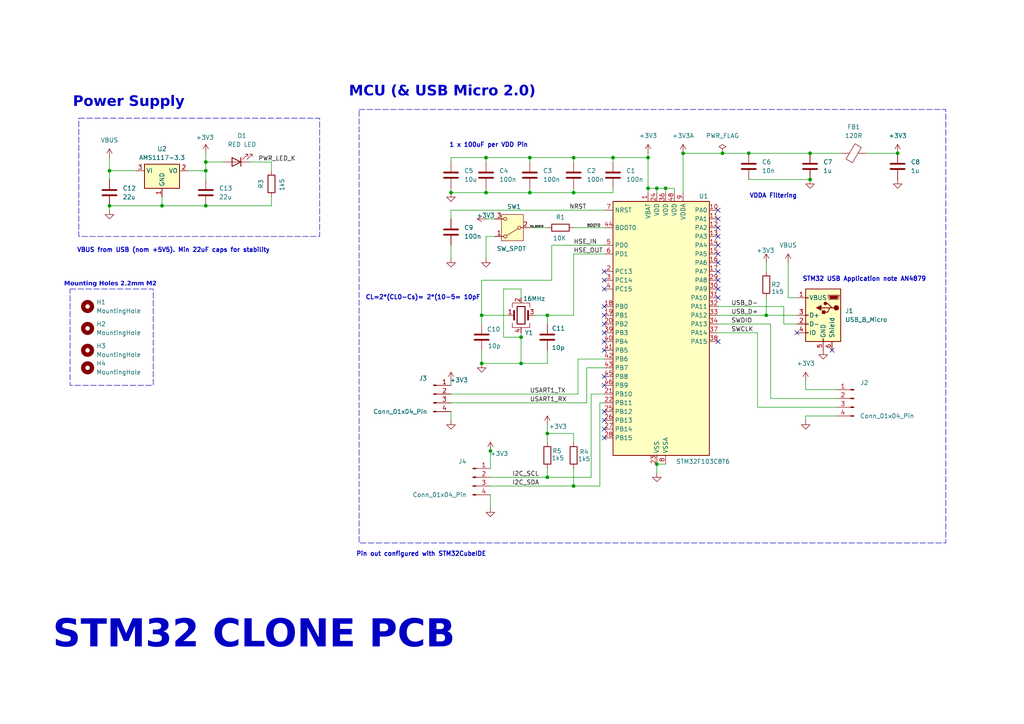
<source format=kicad_sch>
(kicad_sch (version 20231120) (generator "eeschema") (generator_version "8.0")
  (paper "A4")
  (title_block (title "STM32 CLONE PCB") (date "2024-07-14") (rev "0.1") (company "R Abhram"))
  (lib_symbols
    (symbol "Connector:Conn_01x04_Pin" (pin_names (offset 1.016) hide)
      (property "Reference" "J" (at 0 5.08 0))
      (property "Value" "Conn_01x04_Pin" (at 0 -7.62 0))
      (symbol "Conn_01x04_Pin_1_1"
        (polyline (pts (xy 1.27 -5.08) (xy 0.8636 -5.08)) (stroke (width 0.1524)))
        (polyline (pts (xy 1.27 -2.54) (xy 0.8636 -2.54)) (stroke (width 0.1524)))
        (polyline (pts (xy 1.27 0) (xy 0.8636 0)) (stroke (width 0.1524)))
        (polyline (pts (xy 1.27 2.54) (xy 0.8636 2.54)) (stroke (width 0.1524)))
        (rectangle (start 0.8636 -4.953) (end 0 -5.207) (stroke (width 0.1524)) (fill (type outline)))
        (rectangle (start 0.8636 -2.413) (end 0 -2.667) (stroke (width 0.1524)) (fill (type outline)))
        (rectangle (start 0.8636 0.127) (end 0 -0.127) (stroke (width 0.1524)) (fill (type outline)))
        (rectangle (start 0.8636 2.667) (end 0 2.413) (stroke (width 0.1524)) (fill (type outline)))
        (pin passive line (at 5.08 2.54 180) (length 3.81) (name "Pin_1") (number "1"))
        (pin passive line (at 5.08 0 180) (length 3.81) (name "Pin_2") (number "2"))
        (pin passive line (at 5.08 -2.54 180) (length 3.81) (name "Pin_3") (number "3"))
        (pin passive line (at 5.08 -5.08 180) (length 3.81) (name "Pin_4") (number "4"))
      )
    )
    (symbol "Connector:USB_B_Micro" (pin_names (offset 1.016))
      (property "Reference" "J" (at -5.08 11.43 0))
      (property "Value" "USB_B_Micro" (at -5.08 8.89 0))
      (symbol "USB_B_Micro_0_1"
        (rectangle (start -5.08 -7.62) (end 5.08 7.62) (stroke (width 0.254)) (fill (type background)))
        (circle (center -3.81 2.159) (radius 0.635) (stroke (width 0.254)) (fill (type outline)))
        (circle (center -0.635 3.429) (radius 0.381) (stroke (width 0.254)) (fill (type outline)))
        (rectangle (start -0.127 -7.62) (end 0.127 -6.858))
        (polyline (pts (xy -1.905 2.159) (xy 0.635 2.159)) (stroke (width 0.254)))
        (polyline (pts (xy -3.175 2.159) (xy -2.54 2.159) (xy -1.27 3.429) (xy -0.635 3.429)) (stroke (width 0.254)))
        (polyline (pts (xy -2.54 2.159) (xy -1.905 2.159) (xy -1.27 0.889) (xy 0 0.889)) (stroke (width 0.254)))
        (polyline (pts (xy 0.635 2.794) (xy 0.635 1.524) (xy 1.905 2.159) (xy 0.635 2.794)) (stroke (width 0.254)) (fill (type outline)))
        (polyline (pts (xy -4.318 5.588) (xy -1.778 5.588) (xy -2.032 4.826) (xy -4.064 4.826) (xy -4.318 5.588)) (fill (type outline)))
        (polyline (pts (xy -4.699 5.842) (xy -4.699 5.588) (xy -4.445 4.826) (xy -4.445 4.572) (xy -1.651 4.572) (xy -1.651 4.826) (xy -1.397 5.588) (xy -1.397 5.842) (xy -4.699 5.842)))
        (rectangle (start 0.254 1.27) (end -0.508 0.508) (stroke (width 0.254)) (fill (type outline)))
        (rectangle (start 5.08 -5.207) (end 4.318 -4.953))
        (rectangle (start 5.08 -2.667) (end 4.318 -2.413))
        (rectangle (start 5.08 -0.127) (end 4.318 0.127))
        (rectangle (start 5.08 4.953) (end 4.318 5.207))
      )
      (symbol "USB_B_Micro_1_1"
        (pin power_out line (at 7.62 5.08 180) (length 2.54) (name "VBUS") (number "1"))
        (pin bidirectional line (at 7.62 -2.54 180) (length 2.54) (name "D-") (number "2"))
        (pin bidirectional line (at 7.62 0 180) (length 2.54) (name "D+") (number "3"))
        (pin passive line (at 7.62 -5.08 180) (length 2.54) (name "ID") (number "4"))
        (pin power_out line (at 0 -10.16 90) (length 2.54) (name "GND") (number "5"))
        (pin passive line (at -2.54 -10.16 90) (length 2.54) (name "Shield") (number "6"))
      )
    )
    (symbol "Device:C" (pin_numbers hide) (pin_names (offset 0.254))
      (property "Reference" "C" (at 0.635 2.54 0))
      (property "Value" "C" (at 0.635 -2.54 0))
      (symbol "C_0_1"
        (polyline (pts (xy -2.032 -0.762) (xy 2.032 -0.762)) (stroke (width 0.508)))
        (polyline (pts (xy -2.032 0.762) (xy 2.032 0.762)) (stroke (width 0.508)))
      )
      (symbol "C_1_1"
        (pin passive line (at 0 3.81 270) (length 2.794) (name "~") (number "1"))
        (pin passive line (at 0 -3.81 90) (length 2.794) (name "~") (number "2"))
      )
    )
    (symbol "Device:Crystal_GND24" (pin_names (offset 1.016) hide)
      (property "Reference" "Y" (at 3.175 5.08 0))
      (property "Value" "Crystal_GND24" (at 3.175 3.175 0))
      (symbol "Crystal_GND24_0_1"
        (rectangle (start -1.143 2.54) (end 1.143 -2.54) (stroke (width 0.3048)))
        (polyline (pts (xy -2.54 0) (xy -2.032 0)))
        (polyline (pts (xy -2.032 -1.27) (xy -2.032 1.27)) (stroke (width 0.508)))
        (polyline (pts (xy 0 -3.81) (xy 0 -3.556)))
        (polyline (pts (xy 0 3.556) (xy 0 3.81)))
        (polyline (pts (xy 2.032 -1.27) (xy 2.032 1.27)) (stroke (width 0.508)))
        (polyline (pts (xy 2.032 0) (xy 2.54 0)))
        (polyline (pts (xy -2.54 -2.286) (xy -2.54 -3.556) (xy 2.54 -3.556) (xy 2.54 -2.286)))
        (polyline (pts (xy -2.54 2.286) (xy -2.54 3.556) (xy 2.54 3.556) (xy 2.54 2.286)))
      )
      (symbol "Crystal_GND24_1_1"
        (pin passive line (at -3.81 0 0) (length 1.27) (name "1") (number "1"))
        (pin passive line (at 0 5.08 270) (length 1.27) (name "2") (number "2"))
        (pin passive line (at 3.81 0 180) (length 1.27) (name "3") (number "3"))
        (pin passive line (at 0 -5.08 90) (length 1.27) (name "4") (number "4"))
      )
    )
    (symbol "Device:FerriteBead" (pin_numbers hide) (pin_names (offset 0))
      (property "Reference" "FB" (at -3.81 0.635 90))
      (property "Value" "FerriteBead" (at 3.81 0 90))
      (symbol "FerriteBead_0_1"
        (polyline (pts (xy 0 -1.27) (xy 0 -1.2192)))
        (polyline (pts (xy 0 1.27) (xy 0 1.2954)))
        (polyline (pts (xy -2.7686 0.4064) (xy -1.7018 2.2606) (xy 2.7686 -0.3048) (xy 1.6764 -2.159) (xy -2.7686 0.4064)))
      )
      (symbol "FerriteBead_1_1"
        (pin passive line (at 0 3.81 270) (length 2.54) (name "~") (number "1"))
        (pin passive line (at 0 -3.81 90) (length 2.54) (name "~") (number "2"))
      )
    )
    (symbol "Device:LED" (pin_numbers hide) (pin_names (offset 1.016) hide)
      (property "Reference" "D" (at 0 2.54 0))
      (property "Value" "LED" (at 0 -2.54 0))
      (symbol "LED_0_1"
        (polyline (pts (xy -1.27 -1.27) (xy -1.27 1.27)) (stroke (width 0.254)))
        (polyline (pts (xy -1.27 0) (xy 1.27 0)))
        (polyline (pts (xy 1.27 -1.27) (xy 1.27 1.27) (xy -1.27 0) (xy 1.27 -1.27)) (stroke (width 0.254)))
        (polyline (pts (xy -3.048 -0.762) (xy -4.572 -2.286) (xy -3.81 -2.286) (xy -4.572 -2.286) (xy -4.572 -1.524)))
        (polyline (pts (xy -1.778 -0.762) (xy -3.302 -2.286) (xy -2.54 -2.286) (xy -3.302 -2.286) (xy -3.302 -1.524)))
      )
      (symbol "LED_1_1"
        (pin passive line (at -3.81 0 0) (length 2.54) (name "K") (number "1"))
        (pin passive line (at 3.81 0 180) (length 2.54) (name "A") (number "2"))
      )
    )
    (symbol "Device:R" (pin_numbers hide) (pin_names (offset 0))
      (property "Reference" "R" (at 2.032 0 90))
      (property "Value" "R" (at 0 0 90))
      (symbol "R_0_1"
        (rectangle (start -1.016 -2.54) (end 1.016 2.54) (stroke (width 0.254)))
      )
      (symbol "R_1_1"
        (pin passive line (at 0 3.81 270) (length 1.27) (name "~") (number "1"))
        (pin passive line (at 0 -3.81 90) (length 1.27) (name "~") (number "2"))
      )
    )
    (symbol "MCU_ST_STM32F1:STM32F103C8Tx"
      (property "Reference" "U" (at -12.7 39.37 0))
      (property "Value" "STM32F103C8Tx" (at 10.16 39.37 0))
      (symbol "STM32F103C8Tx_0_1"
        (rectangle (start -12.7 -35.56) (end 15.24 38.1) (stroke (width 0.254)) (fill (type background)))
      )
      (symbol "STM32F103C8Tx_1_1"
        (pin power_in line (at -2.54 40.64 270) (length 2.54) (name "VBAT") (number "1"))
        (pin bidirectional line (at 17.78 35.56 180) (length 2.54) (name "PA0") (number "10"))
        (pin bidirectional line (at 17.78 33.02 180) (length 2.54) (name "PA1") (number "11"))
        (pin bidirectional line (at 17.78 30.48 180) (length 2.54) (name "PA2") (number "12"))
        (pin bidirectional line (at 17.78 27.94 180) (length 2.54) (name "PA3") (number "13"))
        (pin bidirectional line (at 17.78 25.4 180) (length 2.54) (name "PA4") (number "14"))
        (pin bidirectional line (at 17.78 22.86 180) (length 2.54) (name "PA5") (number "15"))
        (pin bidirectional line (at 17.78 20.32 180) (length 2.54) (name "PA6") (number "16"))
        (pin bidirectional line (at 17.78 17.78 180) (length 2.54) (name "PA7") (number "17"))
        (pin bidirectional line (at -15.24 7.62 0) (length 2.54) (name "PB0") (number "18"))
        (pin bidirectional line (at -15.24 5.08 0) (length 2.54) (name "PB1") (number "19"))
        (pin bidirectional line (at -15.24 17.78 0) (length 2.54) (name "PC13") (number "2"))
        (pin bidirectional line (at -15.24 2.54 0) (length 2.54) (name "PB2") (number "20"))
        (pin bidirectional line (at -15.24 -17.78 0) (length 2.54) (name "PB10") (number "21"))
        (pin bidirectional line (at -15.24 -20.32 0) (length 2.54) (name "PB11") (number "22"))
        (pin power_in line (at 0 -38.1 90) (length 2.54) (name "VSS") (number "23"))
        (pin power_in line (at 0 40.64 270) (length 2.54) (name "VDD") (number "24"))
        (pin bidirectional line (at -15.24 -22.86 0) (length 2.54) (name "PB12") (number "25"))
        (pin bidirectional line (at -15.24 -25.4 0) (length 2.54) (name "PB13") (number "26"))
        (pin bidirectional line (at -15.24 -27.94 0) (length 2.54) (name "PB14") (number "27"))
        (pin bidirectional line (at -15.24 -30.48 0) (length 2.54) (name "PB15") (number "28"))
        (pin bidirectional line (at 17.78 15.24 180) (length 2.54) (name "PA8") (number "29"))
        (pin bidirectional line (at -15.24 15.24 0) (length 2.54) (name "PC14") (number "3"))
        (pin bidirectional line (at 17.78 12.7 180) (length 2.54) (name "PA9") (number "30"))
        (pin bidirectional line (at 17.78 10.16 180) (length 2.54) (name "PA10") (number "31"))
        (pin bidirectional line (at 17.78 7.62 180) (length 2.54) (name "PA11") (number "32"))
        (pin bidirectional line (at 17.78 5.08 180) (length 2.54) (name "PA12") (number "33"))
        (pin bidirectional line (at 17.78 2.54 180) (length 2.54) (name "PA13") (number "34"))
        (pin passive line (at 0 -38.1 90) (length 2.54) hide (name "VSS") (number "35"))
        (pin power_in line (at 2.54 40.64 270) (length 2.54) (name "VDD") (number "36"))
        (pin bidirectional line (at 17.78 0 180) (length 2.54) (name "PA14") (number "37"))
        (pin bidirectional line (at 17.78 -2.54 180) (length 2.54) (name "PA15") (number "38"))
        (pin bidirectional line (at -15.24 0 0) (length 2.54) (name "PB3") (number "39"))
        (pin bidirectional line (at -15.24 12.7 0) (length 2.54) (name "PC15") (number "4"))
        (pin bidirectional line (at -15.24 -2.54 0) (length 2.54) (name "PB4") (number "40"))
        (pin bidirectional line (at -15.24 -5.08 0) (length 2.54) (name "PB5") (number "41"))
        (pin bidirectional line (at -15.24 -7.62 0) (length 2.54) (name "PB6") (number "42"))
        (pin bidirectional line (at -15.24 -10.16 0) (length 2.54) (name "PB7") (number "43"))
        (pin input line (at -15.24 30.48 0) (length 2.54) (name "BOOT0") (number "44"))
        (pin bidirectional line (at -15.24 -12.7 0) (length 2.54) (name "PB8") (number "45"))
        (pin bidirectional line (at -15.24 -15.24 0) (length 2.54) (name "PB9") (number "46"))
        (pin passive line (at 0 -38.1 90) (length 2.54) hide (name "VSS") (number "47"))
        (pin power_in line (at 5.08 40.64 270) (length 2.54) (name "VDD") (number "48"))
        (pin bidirectional line (at -15.24 25.4 0) (length 2.54) (name "PD0") (number "5"))
        (pin bidirectional line (at -15.24 22.86 0) (length 2.54) (name "PD1") (number "6"))
        (pin input line (at -15.24 35.56 0) (length 2.54) (name "NRST") (number "7"))
        (pin power_in line (at 2.54 -38.1 90) (length 2.54) (name "VSSA") (number "8"))
        (pin power_in line (at 7.62 40.64 270) (length 2.54) (name "VDDA") (number "9"))
      )
    )
    (symbol "Mechanical:MountingHole" (pin_names (offset 1.016)) (exclude_from_sim yes) (in_bom no)
      (property "Reference" "H" (at 0 5.08 0))
      (property "Value" "MountingHole" (at 0 3.175 0))
      (symbol "MountingHole_0_1"
        (circle (center 0 0) (radius 1.27) (stroke (width 1.27)))
      )
    )
    (symbol "Regulator_Linear:AMS1117-3.3"
      (property "Reference" "U" (at -3.81 3.175 0))
      (property "Value" "AMS1117-3.3" (at 0 3.175 0))
      (symbol "AMS1117-3.3_0_1"
        (rectangle (start -5.08 -5.08) (end 5.08 1.905) (stroke (width 0.254)) (fill (type background)))
      )
      (symbol "AMS1117-3.3_1_1"
        (pin power_in line (at 0 -7.62 90) (length 2.54) (name "GND") (number "1"))
        (pin power_out line (at 7.62 0 180) (length 2.54) (name "VO") (number "2"))
        (pin power_in line (at -7.62 0 0) (length 2.54) (name "VI") (number "3"))
      )
    )
    (symbol "Switch:SW_SPDT" (pin_names (offset 0) hide)
      (property "Reference" "SW" (at 0 5.08 0))
      (property "Value" "SW_SPDT" (at 0 -5.08 0))
      (symbol "SW_SPDT_0_1"
        (circle (center -2.032 0) (radius 0.4572))
        (polyline (pts (xy -1.651 0.254) (xy 1.651 2.286)))
        (circle (center 2.032 -2.54) (radius 0.4572))
        (circle (center 2.032 2.54) (radius 0.4572))
      )
      (symbol "SW_SPDT_1_1"
        (rectangle (start -3.175 3.81) (end 3.175 -3.81) (fill (type background)))
        (pin passive line (at 5.08 2.54 180) (length 2.54) (name "A") (number "1"))
        (pin passive line (at -5.08 0 0) (length 2.54) (name "B") (number "2"))
        (pin passive line (at 5.08 -2.54 180) (length 2.54) (name "C") (number "3"))
      )
    )
    (symbol "power:+3V3" (power) (pin_numbers hide) (pin_names (offset 0) hide)
      (property "Value" "+3V3" (at 0 3.556 0))
      (symbol "+3V3_0_1"
        (polyline (pts (xy -0.762 1.27) (xy 0 2.54)))
        (polyline (pts (xy 0 0) (xy 0 2.54)))
        (polyline (pts (xy 0 2.54) (xy 0.762 1.27)))
      )
      (symbol "+3V3_1_1"
        (pin power_in line (at 0 0 90) (length 0) (name "~") (number "1"))
      )
    )
    (symbol "power:GND" (power) (pin_numbers hide) (pin_names (offset 0) hide)
      (property "Value" "GND" (at 0 -3.81 0))
      (symbol "GND_0_1"
        (polyline (pts (xy 0 0) (xy 0 -1.27) (xy 1.27 -1.27) (xy 0 -2.54) (xy -1.27 -1.27) (xy 0 -1.27)))
      )
      (symbol "GND_1_1"
        (pin power_in line (at 0 0 270) (length 0) (name "~") (number "1"))
      )
    )
    (symbol "power:PWR_FLAG" (power) (pin_numbers hide) (pin_names (offset 0) hide)
      (property "Value" "PWR_FLAG" (at 0 3.81 0))
      (symbol "PWR_FLAG_0_0"
        (pin power_out line (at 0 0 90) (length 0) (name "~") (number "1"))
      )
      (symbol "PWR_FLAG_0_1"
        (polyline (pts (xy 0 0) (xy 0 1.27) (xy -1.016 1.905) (xy 0 2.54) (xy 1.016 1.905) (xy 0 1.27)))
      )
    )
    (symbol "power:VBUS" (power) (pin_numbers hide) (pin_names (offset 0) hide)
      (property "Value" "VBUS" (at 0 3.556 0))
      (symbol "VBUS_0_1"
        (polyline (pts (xy -0.762 1.27) (xy 0 2.54)))
        (polyline (pts (xy 0 0) (xy 0 2.54)))
        (polyline (pts (xy 0 2.54) (xy 0.762 1.27)))
      )
      (symbol "VBUS_1_1"
        (pin power_in line (at 0 0 90) (length 0) (name "~") (number "1"))
      )
    )
  )
  (junction (at 59.69 59.69))
  (junction (at 166.37 45.72))
  (junction (at 234.95 44.45))
  (junction (at 177.8 45.72))
  (junction (at 166.37 55.88))
  (junction (at 166.37 140.97))
  (junction (at 140.97 55.88))
  (junction (at 190.5 134.62))
  (junction (at 140.97 45.72))
  (junction (at 31.75 59.69))
  (junction (at 187.96 45.72))
  (junction (at 31.75 49.53))
  (junction (at 158.75 91.44))
  (junction (at 59.69 46.99))
  (junction (at 153.67 45.72))
  (junction (at 193.04 54.61))
  (junction (at 190.5 54.61))
  (junction (at 151.13 105.41))
  (junction (at 222.25 91.44))
  (junction (at 153.67 55.88))
  (junction (at 234.95 52.07))
  (junction (at 217.17 44.45))
  (junction (at 59.69 49.53))
  (junction (at 151.13 97.79))
  (junction (at 158.75 125.73))
  (junction (at 139.7 105.41))
  (junction (at 142.24 130.81))
  (junction (at 46.99 59.69))
  (junction (at 130.81 55.88))
  (junction (at 198.12 44.45))
  (junction (at 260.35 44.45))
  (junction (at 209.55 44.45))
  (junction (at 139.7 91.44))
  (junction (at 187.96 54.61))
  (junction (at 158.75 138.43))
  (no_connect (at 208.28 83.82))
  (no_connect (at 208.28 71.12))
  (no_connect (at 208.28 66.04))
  (no_connect (at 175.26 93.98))
  (no_connect (at 208.28 76.2))
  (no_connect (at 175.26 121.92))
  (no_connect (at 175.26 78.74))
  (no_connect (at 208.28 81.28))
  (no_connect (at 208.28 60.96))
  (no_connect (at 208.28 99.06))
  (no_connect (at 175.26 88.9))
  (no_connect (at 175.26 127))
  (no_connect (at 231.14 96.52))
  (no_connect (at 175.26 83.82))
  (no_connect (at 208.28 78.74))
  (no_connect (at 208.28 86.36))
  (no_connect (at 175.26 109.22))
  (no_connect (at 175.26 99.06))
  (no_connect (at 175.26 101.6))
  (no_connect (at 175.26 119.38))
  (no_connect (at 208.28 63.5))
  (no_connect (at 175.26 91.44))
  (no_connect (at 175.26 124.46))
  (no_connect (at 175.26 111.76))
  (no_connect (at 208.28 73.66))
  (no_connect (at 175.26 81.28))
  (no_connect (at 208.28 68.58))
  (no_connect (at 241.3 101.6))
  (no_connect (at 175.26 96.52))
  (wire (pts (xy 158.75 138.43) (xy 171.45 138.43)))
  (wire (pts (xy 170.18 106.68) (xy 170.18 116.84)))
  (wire (pts (xy 208.28 91.44) (xy 222.25 91.44)))
  (wire (pts (xy 231.14 86.36) (xy 228.6 86.36)))
  (wire (pts (xy 228.6 76.2) (xy 228.6 86.36)))
  (wire (pts (xy 193.04 54.61) (xy 193.04 55.88)))
  (wire (pts (xy 130.81 54.61) (xy 130.81 55.88)))
  (wire (pts (xy 187.96 54.61) (xy 187.96 55.88)))
  (wire (pts (xy 158.75 91.44) (xy 158.75 93.98)))
  (wire (pts (xy 166.37 73.66) (xy 175.26 73.66)))
  (wire (pts (xy 190.5 134.62) (xy 193.04 134.62)))
  (wire (pts (xy 139.7 105.41) (xy 151.13 105.41)))
  (wire (pts (xy 166.37 135.89) (xy 166.37 140.97)))
  (wire (pts (xy 177.8 46.99) (xy 177.8 45.72)))
  (wire (pts (xy 190.5 54.61) (xy 187.96 54.61)))
  (wire (pts (xy 151.13 86.36) (xy 151.13 83.82)))
  (wire (pts (xy 158.75 125.73) (xy 166.37 125.73)))
  (wire (pts (xy 233.68 113.03) (xy 242.57 113.03)))
  (wire (pts (xy 158.75 135.89) (xy 158.75 138.43)))
  (wire (pts (xy 208.28 88.9) (xy 227.33 88.9)))
  (wire (pts (xy 130.81 60.96) (xy 130.81 63.5)))
  (wire (pts (xy 166.37 140.97) (xy 173.99 140.97)))
  (wire (pts (xy 139.7 91.44) (xy 147.32 91.44)))
  (wire (pts (xy 166.37 55.88) (xy 177.8 55.88)))
  (wire (pts (xy 208.28 93.98) (xy 223.52 93.98)))
  (wire (pts (xy 158.75 91.44) (xy 166.37 91.44)))
  (wire (pts (xy 219.71 118.11) (xy 242.57 118.11)))
  (wire (pts (xy 151.13 105.41) (xy 158.75 105.41)))
  (wire (pts (xy 166.37 55.88) (xy 166.37 54.61)))
  (wire (pts (xy 130.81 55.88) (xy 140.97 55.88)))
  (wire (pts (xy 154.94 91.44) (xy 158.75 91.44)))
  (wire (pts (xy 166.37 91.44) (xy 166.37 73.66)))
  (wire (pts (xy 140.97 55.88) (xy 153.67 55.88)))
  (wire (pts (xy 130.81 45.72) (xy 130.81 46.99)))
  (wire (pts (xy 167.64 104.14) (xy 167.64 114.3)))
  (wire (pts (xy 140.97 54.61) (xy 140.97 55.88)))
  (wire (pts (xy 217.17 52.07) (xy 234.95 52.07)))
  (wire (pts (xy 31.75 49.53) (xy 39.37 49.53)))
  (wire (pts (xy 233.68 120.65) (xy 233.68 121.92)))
  (wire (pts (xy 219.71 96.52) (xy 219.71 118.11)))
  (wire (pts (xy 130.81 71.12) (xy 130.81 74.93)))
  (wire (pts (xy 130.81 116.84) (xy 170.18 116.84)))
  (wire (pts (xy 151.13 96.52) (xy 151.13 97.79)))
  (wire (pts (xy 153.67 45.72) (xy 166.37 45.72)))
  (wire (pts (xy 222.25 91.44) (xy 231.14 91.44)))
  (wire (pts (xy 153.67 45.72) (xy 153.67 46.99)))
  (wire (pts (xy 177.8 45.72) (xy 187.96 45.72)))
  (wire (pts (xy 195.58 54.61) (xy 193.04 54.61)))
  (wire (pts (xy 78.74 57.15) (xy 78.74 59.69)))
  (wire (pts (xy 151.13 83.82) (xy 146.05 83.82)))
  (wire (pts (xy 140.97 45.72) (xy 153.67 45.72)))
  (wire (pts (xy 142.24 147.32) (xy 142.24 143.51)))
  (wire (pts (xy 166.37 45.72) (xy 177.8 45.72)))
  (wire (pts (xy 160.02 71.12) (xy 175.26 71.12)))
  (wire (pts (xy 160.02 81.28) (xy 160.02 71.12)))
  (wire (pts (xy 166.37 45.72) (xy 166.37 46.99)))
  (wire (pts (xy 31.75 59.69) (xy 31.75 60.96)))
  (wire (pts (xy 142.24 138.43) (xy 158.75 138.43)))
  (wire (pts (xy 140.97 68.58) (xy 143.51 68.58)))
  (wire (pts (xy 153.67 54.61) (xy 153.67 55.88)))
  (wire (pts (xy 195.58 55.88) (xy 195.58 54.61)))
  (wire (pts (xy 142.24 140.97) (xy 166.37 140.97)))
  (wire (pts (xy 234.95 44.45) (xy 243.84 44.45)))
  (wire (pts (xy 151.13 97.79) (xy 151.13 105.41)))
  (wire (pts (xy 130.81 121.92) (xy 130.81 119.38)))
  (wire (pts (xy 46.99 57.15) (xy 46.99 59.69)))
  (wire (pts (xy 193.04 54.61) (xy 190.5 54.61)))
  (wire (pts (xy 177.8 55.88) (xy 177.8 54.61)))
  (wire (pts (xy 158.75 125.73) (xy 158.75 128.27)))
  (wire (pts (xy 175.26 104.14) (xy 167.64 104.14)))
  (wire (pts (xy 139.7 101.6) (xy 139.7 105.41)))
  (wire (pts (xy 59.69 46.99) (xy 64.77 46.99)))
  (wire (pts (xy 54.61 49.53) (xy 59.69 49.53)))
  (wire (pts (xy 140.97 45.72) (xy 140.97 46.99)))
  (wire (pts (xy 222.25 86.36) (xy 222.25 91.44)))
  (wire (pts (xy 223.52 115.57) (xy 242.57 115.57)))
  (wire (pts (xy 166.37 128.27) (xy 166.37 125.73)))
  (wire (pts (xy 130.81 60.96) (xy 175.26 60.96)))
  (wire (pts (xy 46.99 59.69) (xy 59.69 59.69)))
  (wire (pts (xy 130.81 45.72) (xy 140.97 45.72)))
  (wire (pts (xy 171.45 114.3) (xy 171.45 138.43)))
  (wire (pts (xy 158.75 101.6) (xy 158.75 105.41)))
  (wire (pts (xy 190.5 54.61) (xy 190.5 55.88)))
  (wire (pts (xy 166.37 66.04) (xy 175.26 66.04)))
  (wire (pts (xy 46.99 59.69) (xy 31.75 59.69)))
  (wire (pts (xy 142.24 129.54) (xy 142.24 130.81)))
  (wire (pts (xy 153.67 66.04) (xy 158.75 66.04)))
  (wire (pts (xy 140.97 63.5) (xy 143.51 63.5)))
  (wire (pts (xy 31.75 52.07) (xy 31.75 49.53)))
  (wire (pts (xy 233.68 110.49) (xy 233.68 113.03)))
  (wire (pts (xy 59.69 59.69) (xy 78.74 59.69)))
  (wire (pts (xy 59.69 44.45) (xy 59.69 46.99)))
  (wire (pts (xy 139.7 81.28) (xy 160.02 81.28)))
  (wire (pts (xy 139.7 91.44) (xy 139.7 81.28)))
  (wire (pts (xy 31.75 45.72) (xy 31.75 49.53)))
  (wire (pts (xy 208.28 96.52) (xy 219.71 96.52)))
  (wire (pts (xy 153.67 55.88) (xy 166.37 55.88)))
  (wire (pts (xy 142.24 130.81) (xy 142.24 135.89)))
  (wire (pts (xy 217.17 44.45) (xy 234.95 44.45)))
  (wire (pts (xy 187.96 45.72) (xy 187.96 54.61)))
  (wire (pts (xy 146.05 97.79) (xy 151.13 97.79)))
  (wire (pts (xy 72.39 46.99) (xy 78.74 46.99)))
  (wire (pts (xy 130.81 114.3) (xy 167.64 114.3)))
  (wire (pts (xy 209.55 44.45) (xy 217.17 44.45)))
  (wire (pts (xy 223.52 93.98) (xy 223.52 115.57)))
  (wire (pts (xy 187.96 44.45) (xy 187.96 45.72)))
  (wire (pts (xy 173.99 116.84) (xy 173.99 140.97)))
  (wire (pts (xy 173.99 116.84) (xy 175.26 116.84)))
  (wire (pts (xy 175.26 114.3) (xy 171.45 114.3)))
  (wire (pts (xy 242.57 120.65) (xy 233.68 120.65)))
  (wire (pts (xy 222.25 76.2) (xy 222.25 78.74)))
  (wire (pts (xy 139.7 91.44) (xy 139.7 93.98)))
  (wire (pts (xy 158.75 123.19) (xy 158.75 125.73)))
  (wire (pts (xy 130.81 110.49) (xy 130.81 111.76)))
  (wire (pts (xy 59.69 49.53) (xy 59.69 52.07)))
  (wire (pts (xy 251.46 44.45) (xy 260.35 44.45)))
  (wire (pts (xy 78.74 46.99) (xy 78.74 49.53)))
  (wire (pts (xy 227.33 93.98) (xy 227.33 88.9)))
  (wire (pts (xy 190.5 134.62) (xy 190.5 137.16)))
  (wire (pts (xy 146.05 83.82) (xy 146.05 97.79)))
  (wire (pts (xy 198.12 44.45) (xy 209.55 44.45)))
  (wire (pts (xy 175.26 106.68) (xy 170.18 106.68)))
  (wire (pts (xy 140.97 68.58) (xy 140.97 74.93)))
  (wire (pts (xy 59.69 46.99) (xy 59.69 49.53)))
  (wire (pts (xy 198.12 44.45) (xy 198.12 55.88)))
  (wire (pts (xy 231.14 93.98) (xy 227.33 93.98)))
  (rectangle (start 22.86 34.29) (end 92.71 68.58) (stroke (width 0) (type dash)))
  (rectangle (start 20.32 83.82) (end 44.45 111.76) (stroke (width 0) (type dash)))
  (rectangle (start 104.14 31.75) (end 274.32 157.48) (stroke (width 0) (type dash)))
  (text "Mounting Holes 2.2mm M2\n" (at 32.004 82.804 0) (effects (font (size 1.27 1.27) (bold yes))))
  (text "MCU (& USB Micro 2.0)" (at 128.27 27.432 0) (effects (font (size 3 3) (bold yes))))
  (text "VDDA Filtering" (at 224.282 56.896 0) (effects (font (size 1.27 1.27) (bold yes))))
  (text "VBUS from USB (nom +5V5). Min 22uF caps for stability" (at 50.292 72.644 0) (effects (font (size 1.27 1.27) (bold yes))))
  (text "1 x 100uF per VDD Pin" (at 141.732 42.164 0) (effects (font (size 1.27 1.27) (bold yes))))
  (text "Pin out configured with STM32CubeIDE\n" (at 122.174 160.782 0) (effects (font (size 1.27 1.27) (bold yes))))
  (text "STM32 USB Application note AN4879\n" (at 250.698 81.026 0) (effects (font (size 1.27 1.27) (bold yes))))
  (text "CL=2*(CL0-Cs)= 2*(10-5= 10pF" (at 122.682 86.36 0) (effects (font (size 1.27 1.27) (bold yes))))
  (text "Power Supply" (at 37.338 30.48 0) (effects (font (size 3 3) (thickness 0.254) (bold yes))))
  (text "STM32 CLONE PCB" (at 73.66 186.436 0) (effects (font (size 8 8) (bold yes) (italic yes))))
  (label "BOOT0" (at 170.18 66.04 0) (effects (font (size 0.8 0.8))))
  (label "USART1_RX" (at 153.67 116.84 0))
  (label "SW_BOOT0" (at 153.67 66.04 0) (effects (font (size 0.5 0.5))))
  (label "SWCLK" (at 212.09 96.52 0))
  (label "SWDIO" (at 212.09 93.98 0))
  (label "PWR_LED_K" (at 74.93 46.99 0))
  (label "HSE_IN" (at 166.37 71.12 0))
  (label "USB_D+" (at 212.09 91.44 0))
  (label "USART1_TX" (at 153.67 114.3 0))
  (label "HSE_OUT" (at 166.37 73.66 0))
  (label "I2C_SCL" (at 148.59 138.43 0))
  (label "USB_D-" (at 212.09 88.9 0))
  (label "I2C_SDA" (at 148.59 140.97 0))
  (label "NRST" (at 165.1 60.96 0))
  (symbol (lib_id "Mechanical:MountingHole") (at 25.4 88.9 0) (unit 1) (exclude_from_sim yes) (in_bom no)
    (property "Reference" "H1" (at 27.94 87.6299 0) (effects (justify left)))
    (property "Value" "MountingHole" (at 27.94 90.1699 0) (effects (justify left)))
    (property "Footprint" "MountingHole:MountingHole_2.2mm_M2" (effects (hide yes)))
    (property "Description" "Mounting Hole without connection" (effects (hide yes)))
  )
  (symbol (lib_id "Device:R") (at 222.25 82.55 180) (unit 1)
    (property "Reference" "R2" (at 225.044 82.55 0))
    (property "Value" "1k5" (at 225.552 84.582 0))
    (property "Footprint" "Resistor_SMD:R_0805_2012Metric" (effects (hide yes)))
    (property "Description" "Resistor" (effects (hide yes)))
  )
  (symbol (lib_id "Device:R") (at 158.75 132.08 180) (unit 1)
    (property "Reference" "R5" (at 161.544 130.81 0))
    (property "Value" "1k5" (at 161.798 132.842 0))
    (property "Footprint" "Resistor_SMD:R_0805_2012Metric" (effects (hide yes)))
    (property "Description" "Resistor" (effects (hide yes)))
  )
  (symbol (lib_id "Connector:Conn_01x04_Pin") (at 137.16 138.43 0) (unit 1)
    (property "Reference" "J4" (at 134.112 133.858 0))
    (property "Value" "Conn_01x04_Pin" (at 127.508 143.51 0))
    (property "Footprint" "Connector_PinHeader_2.54mm:PinHeader_1x04_P2.54mm_Vertical" (effects (hide yes)))
    (property "Description" "Generic connector, single row, 01x04, script generated" (effects (hide yes)))
  )
  (symbol (lib_id "Device:C") (at 260.35 48.26 0) (unit 1)
    (property "Reference" "C8" (at 264.16 46.9899 0) (effects (justify left)))
    (property "Value" "1u" (at 264.16 49.5299 0) (effects (justify left)))
    (property "Footprint" "Capacitor_SMD:C_0805_2012Metric" (effects (hide yes)))
    (property "Description" "Unpolarized capacitor" (effects (hide yes)))
  )
  (symbol (lib_id "power:+3V3") (at 187.96 44.45 0) (unit 1)
    (property "Reference" "#PWR02" (effects (hide yes)))
    (property "Value" "+3V3" (at 187.96 39.37 0))
    (property "Description" "Power symbol creates a global label with name \"+3V3\"" (effects (hide yes)))
  )
  (symbol (lib_id "power:+3V3") (at 260.35 44.45 0) (unit 1)
    (property "Reference" "#PWR07" (effects (hide yes)))
    (property "Value" "+3V3" (at 260.35 39.37 0))
    (property "Description" "Power symbol creates a global label with name \"+3V3\"" (effects (hide yes)))
  )
  (symbol (lib_id "Mechanical:MountingHole") (at 25.4 95.25 0) (unit 1) (exclude_from_sim yes) (in_bom no)
    (property "Reference" "H2" (at 27.94 93.9799 0) (effects (justify left)))
    (property "Value" "MountingHole" (at 27.94 96.5199 0) (effects (justify left)))
    (property "Footprint" "MountingHole:MountingHole_2.2mm_M2" (effects (hide yes)))
    (property "Description" "Mounting Hole without connection" (effects (hide yes)))
  )
  (symbol (lib_id "Device:C") (at 166.37 50.8 0) (unit 1)
    (property "Reference" "C2" (at 170.18 49.5299 0) (effects (justify left)))
    (property "Value" "100n" (at 170.18 52.0699 0) (effects (justify left)))
    (property "Footprint" "Capacitor_SMD:C_0805_2012Metric" (effects (hide yes)))
    (property "Description" "Unpolarized capacitor" (effects (hide yes)))
  )
  (symbol (lib_id "Device:FerriteBead") (at 247.65 44.45 90) (unit 1)
    (property "Reference" "FB1" (at 247.5992 36.83 90))
    (property "Value" "120R" (at 247.5992 39.37 90))
    (property "Footprint" "Inductor_SMD:L_0805_2012Metric" (effects (hide yes)))
    (property "Description" "Ferrite bead" (effects (hide yes)))
  )
  (symbol (lib_id "Device:C") (at 139.7 97.79 0) (unit 1)
    (property "Reference" "C10" (at 141.224 95.504 0) (effects (justify left)))
    (property "Value" "10p" (at 141.478 100.33 0) (effects (justify left)))
    (property "Footprint" "Capacitor_SMD:C_0805_2012Metric" (effects (hide yes)))
    (property "Description" "Unpolarized capacitor" (effects (hide yes)))
  )
  (symbol (lib_id "Device:C") (at 31.75 55.88 0) (unit 1)
    (property "Reference" "C12" (at 35.56 54.6099 0) (effects (justify left)))
    (property "Value" "22u" (at 35.56 57.1499 0) (effects (justify left)))
    (property "Footprint" "Capacitor_SMD:C_0805_2012Metric" (effects (hide yes)))
    (property "Description" "Unpolarized capacitor" (effects (hide yes)))
  )
  (symbol (lib_id "Device:C") (at 140.97 50.8 0) (unit 1)
    (property "Reference" "C4" (at 144.78 49.5299 0) (effects (justify left)))
    (property "Value" "100n" (at 144.78 52.0699 0) (effects (justify left)))
    (property "Footprint" "Capacitor_SMD:C_0805_2012Metric" (effects (hide yes)))
    (property "Description" "Unpolarized capacitor" (effects (hide yes)))
  )
  (symbol (lib_id "power:VBUS") (at 228.6 76.2 0) (unit 1)
    (property "Reference" "#PWR013" (effects (hide yes)))
    (property "Value" "VBUS" (at 228.6 71.12 0))
    (property "Description" "Power symbol creates a global label with name \"VBUS\"" (effects (hide yes)))
  )
  (symbol (lib_id "Device:C") (at 59.69 55.88 0) (unit 1)
    (property "Reference" "C13" (at 63.5 54.6099 0) (effects (justify left)))
    (property "Value" "22u" (at 63.5 57.1499 0) (effects (justify left)))
    (property "Footprint" "Capacitor_SMD:C_0805_2012Metric" (effects (hide yes)))
    (property "Description" "Unpolarized capacitor" (effects (hide yes)))
  )
  (symbol (lib_id "Mechanical:MountingHole") (at 25.4 101.6 0) (unit 1) (exclude_from_sim yes) (in_bom no)
    (property "Reference" "H3" (at 27.94 100.3299 0) (effects (justify left)))
    (property "Value" "MountingHole" (at 27.94 102.8699 0) (effects (justify left)))
    (property "Footprint" "MountingHole:MountingHole_2.2mm_M2" (effects (hide yes)))
    (property "Description" "Mounting Hole without connection" (effects (hide yes)))
  )
  (symbol (lib_id "power:GND") (at 260.35 52.07 0) (unit 1)
    (property "Reference" "#PWR05" (effects (hide yes)))
    (property "Value" "GND" (effects (hide yes)))
    (property "Description" "Power symbol creates a global label with name \"GND\" , ground" (effects (hide yes)))
  )
  (symbol (lib_id "Device:R") (at 78.74 53.34 180) (unit 1)
    (property "Reference" "R3" (at 75.692 53.34 90))
    (property "Value" "1k5" (at 81.788 53.594 90))
    (property "Footprint" "Resistor_SMD:R_0805_2012Metric" (effects (hide yes)))
    (property "Description" "Resistor" (effects (hide yes)))
  )
  (symbol (lib_id "Device:C") (at 158.75 97.79 0) (unit 1)
    (property "Reference" "C11" (at 160.02 95.25 0) (effects (justify left)))
    (property "Value" "10p" (at 160.02 100.838 0) (effects (justify left)))
    (property "Footprint" "Capacitor_SMD:C_0805_2012Metric" (effects (hide yes)))
    (property "Description" "Unpolarized capacitor" (effects (hide yes)))
  )
  (symbol (lib_id "Connector:USB_B_Micro") (at 238.76 91.44 0) (mirror y) (unit 1)
    (property "Reference" "J1" (at 245.11 90.1699 0) (effects (justify right)))
    (property "Value" "USB_B_Micro" (at 245.11 92.7099 0) (effects (justify right)))
    (property "Footprint" "Connector_USB:USB_Micro-B_Wuerth_629105150521" (effects (hide yes)))
    (property "Description" "USB Micro Type B connector" (effects (hide yes)))
  )
  (symbol (lib_id "power:+3V3") (at 130.81 110.49 0) (unit 1)
    (property "Reference" "#PWR021" (effects (hide yes)))
    (property "Value" "+3V3" (at 133.096 110.236 0))
    (property "Description" "Power symbol creates a global label with name \"+3V3\"" (effects (hide yes)))
  )
  (symbol (lib_id "power:GND") (at 234.95 52.07 0) (unit 1)
    (property "Reference" "#PWR06" (effects (hide yes)))
    (property "Value" "GND" (effects (hide yes)))
    (property "Description" "Power symbol creates a global label with name \"GND\" , ground" (effects (hide yes)))
  )
  (symbol (lib_id "Device:C") (at 177.8 50.8 0) (unit 1)
    (property "Reference" "C1" (at 181.61 49.5299 0) (effects (justify left)))
    (property "Value" "100n" (at 181.61 52.0699 0) (effects (justify left)))
    (property "Footprint" "Capacitor_SMD:C_0805_2012Metric" (effects (hide yes)))
    (property "Description" "Unpolarized capacitor" (effects (hide yes)))
  )
  (symbol (lib_id "power:GND") (at 31.75 60.96 0) (unit 1)
    (property "Reference" "#PWR017" (effects (hide yes)))
    (property "Value" "GND" (effects (hide yes)))
    (property "Description" "Power symbol creates a global label with name \"GND\" , ground" (effects (hide yes)))
  )
  (symbol (lib_id "Device:C") (at 130.81 67.31 0) (unit 1)
    (property "Reference" "C9" (at 134.62 66.0399 0) (effects (justify left)))
    (property "Value" "100n" (at 134.62 68.5799 0) (effects (justify left)))
    (property "Footprint" "Capacitor_SMD:C_0805_2012Metric" (effects (hide yes)))
    (property "Description" "Unpolarized capacitor" (effects (hide yes)))
  )
  (symbol (lib_id "power:+3V3") (at 233.68 110.49 0) (unit 1)
    (property "Reference" "#PWR016" (effects (hide yes)))
    (property "Value" "+3V3" (at 233.68 105.41 0))
    (property "Description" "Power symbol creates a global label with name \"+3V3\"" (effects (hide yes)))
  )
  (symbol (lib_id "Device:R") (at 162.56 66.04 90) (unit 1)
    (property "Reference" "R1" (at 162.56 62.992 90))
    (property "Value" "10K" (at 162.306 69.088 90))
    (property "Footprint" "Resistor_SMD:R_0805_2012Metric" (effects (hide yes)))
    (property "Description" "Resistor" (effects (hide yes)))
  )
  (symbol (lib_id "Device:R") (at 166.37 132.08 180) (unit 1)
    (property "Reference" "R4" (at 169.418 131.064 0))
    (property "Value" "1k5" (at 169.418 133.096 0))
    (property "Footprint" "Resistor_SMD:R_0805_2012Metric" (effects (hide yes)))
    (property "Description" "Resistor" (effects (hide yes)))
  )
  (symbol (lib_id "power:+3V3") (at 59.69 44.45 0) (unit 1)
    (property "Reference" "#PWR019" (effects (hide yes)))
    (property "Value" "+3V3" (at 59.436 39.878 0))
    (property "Description" "Power symbol creates a global label with name \"+3V3\"" (effects (hide yes)))
  )
  (symbol (lib_id "power:GND") (at 139.7 105.41 0) (unit 1)
    (property "Reference" "#PWR011" (effects (hide yes)))
    (property "Value" "GND" (effects (hide yes)))
    (property "Description" "Power symbol creates a global label with name \"GND\" , ground" (effects (hide yes)))
  )
  (symbol (lib_id "Device:C") (at 234.95 48.26 0) (unit 1)
    (property "Reference" "C7" (at 238.76 46.9899 0) (effects (justify left)))
    (property "Value" "1u" (at 238.76 49.5299 0) (effects (justify left)))
    (property "Footprint" "Capacitor_SMD:C_0805_2012Metric" (effects (hide yes)))
    (property "Description" "Unpolarized capacitor" (effects (hide yes)))
  )
  (symbol (lib_id "power:PWR_FLAG") (at 209.55 44.45 0) (unit 1)
    (property "Reference" "#FLG01" (effects (hide yes)))
    (property "Value" "PWR_FLAG" (at 209.55 39.37 0))
    (property "Description" "Special symbol for telling ERC where power comes from" (effects (hide yes)))
  )
  (symbol (lib_id "power:+3V3") (at 142.24 130.81 0) (unit 1)
    (property "Reference" "#PWR020" (effects (hide yes)))
    (property "Value" "+3V3" (at 144.78 131.572 0))
    (property "Description" "Power symbol creates a global label with name \"+3V3\"" (effects (hide yes)))
  )
  (symbol (lib_id "Device:C") (at 153.67 50.8 0) (unit 1)
    (property "Reference" "C3" (at 157.48 49.5299 0) (effects (justify left)))
    (property "Value" "100n" (at 157.48 52.0699 0) (effects (justify left)))
    (property "Footprint" "Capacitor_SMD:C_0805_2012Metric" (effects (hide yes)))
    (property "Description" "Unpolarized capacitor" (effects (hide yes)))
  )
  (symbol (lib_id "power:+3V3") (at 198.12 44.45 0) (unit 1)
    (property "Reference" "#PWR04" (effects (hide yes)))
    (property "Value" "+3V3A" (at 198.12 39.37 0))
    (property "Description" "Power symbol creates a global label with name \"+3V3\"" (effects (hide yes)))
  )
  (symbol (lib_id "Device:LED") (at 68.58 46.99 180) (unit 1)
    (property "Reference" "D1" (at 70.1675 39.37 0))
    (property "Value" "RED LED" (at 70.1675 41.91 0))
    (property "Footprint" "LED_SMD:LED_0805_2012Metric" (effects (hide yes)))
    (property "Description" "Light emitting diode" (effects (hide yes)))
  )
  (symbol (lib_id "power:+3V3") (at 158.75 123.19 0) (unit 1)
    (property "Reference" "#PWR024" (effects (hide yes)))
    (property "Value" "+3V3" (at 161.798 123.698 0))
    (property "Description" "Power symbol creates a global label with name \"+3V3\"" (effects (hide yes)))
  )
  (symbol (lib_id "Connector:Conn_01x04_Pin") (at 247.65 115.57 0) (mirror y) (unit 1)
    (property "Reference" "J2" (at 250.698 110.998 0))
    (property "Value" "Conn_01x04_Pin" (at 257.302 120.65 0))
    (property "Footprint" "Connector_PinHeader_2.54mm:PinHeader_1x04_P2.54mm_Vertical" (effects (hide yes)))
    (property "Description" "Generic connector, single row, 01x04, script generated" (effects (hide yes)))
  )
  (symbol (lib_id "Connector:Conn_01x04_Pin") (at 125.73 114.3 0) (unit 1)
    (property "Reference" "J3" (at 122.682 109.728 0))
    (property "Value" "Conn_01x04_Pin" (at 116.078 119.38 0))
    (property "Footprint" "Connector_PinHeader_2.54mm:PinHeader_1x04_P2.54mm_Vertical" (effects (hide yes)))
    (property "Description" "Generic connector, single row, 01x04, script generated" (effects (hide yes)))
  )
  (symbol (lib_id "power:GND") (at 142.24 147.32 0) (unit 1)
    (property "Reference" "#PWR022" (effects (hide yes)))
    (property "Value" "GND" (effects (hide yes)))
    (property "Description" "Power symbol creates a global label with name \"GND\" , ground" (effects (hide yes)))
  )
  (symbol (lib_id "power:GND") (at 130.81 74.93 0) (unit 1)
    (property "Reference" "#PWR08" (effects (hide yes)))
    (property "Value" "GND" (effects (hide yes)))
    (property "Description" "Power symbol creates a global label with name \"GND\" , ground" (effects (hide yes)))
  )
  (symbol (lib_id "power:VBUS") (at 31.75 45.72 0) (unit 1)
    (property "Reference" "#PWR018" (effects (hide yes)))
    (property "Value" "VBUS" (at 31.75 40.64 0))
    (property "Description" "Power symbol creates a global label with name \"VBUS\"" (effects (hide yes)))
  )
  (symbol (lib_id "Device:C") (at 217.17 48.26 0) (unit 1)
    (property "Reference" "C6" (at 220.98 46.9899 0) (effects (justify left)))
    (property "Value" "10n" (at 220.98 49.5299 0) (effects (justify left)))
    (property "Footprint" "Capacitor_SMD:C_0805_2012Metric" (effects (hide yes)))
    (property "Description" "Unpolarized capacitor" (effects (hide yes)))
  )
  (symbol (lib_id "power:GND") (at 238.76 101.6 0) (unit 1)
    (property "Reference" "#PWR012" (effects (hide yes)))
    (property "Value" "GND" (effects (hide yes)))
    (property "Description" "Power symbol creates a global label with name \"GND\" , ground" (effects (hide yes)))
  )
  (symbol (lib_id "Switch:SW_SPDT") (at 148.59 66.04 180) (unit 1)
    (property "Reference" "SW1" (at 149.098 59.944 0))
    (property "Value" "SW_SPDT" (at 148.336 72.136 0))
    (property "Footprint" "Button_Switch_SMD:SW_SPDT_PCM12" (effects (hide yes)))
    (property "Description" "Switch, single pole double throw" (effects (hide yes)))
  )
  (symbol (lib_id "Device:C") (at 130.81 50.8 0) (unit 1)
    (property "Reference" "C5" (at 134.62 49.5299 0) (effects (justify left)))
    (property "Value" "10u" (at 134.62 52.0699 0) (effects (justify left)))
    (property "Footprint" "Capacitor_SMD:C_0805_2012Metric" (effects (hide yes)))
    (property "Description" "Unpolarized capacitor" (effects (hide yes)))
  )
  (symbol (lib_id "power:GND") (at 190.5 137.16 0) (unit 1)
    (property "Reference" "#PWR01" (effects (hide yes)))
    (property "Value" "GND" (effects (hide yes)))
    (property "Description" "Power symbol creates a global label with name \"GND\" , ground" (effects (hide yes)))
  )
  (symbol (lib_id "power:GND") (at 130.81 55.88 0) (unit 1)
    (property "Reference" "#PWR03" (effects (hide yes)))
    (property "Value" "GND" (effects (hide yes)))
    (property "Description" "Power symbol creates a global label with name \"GND\" , ground" (effects (hide yes)))
  )
  (symbol (lib_id "power:+3V3") (at 222.25 76.2 0) (unit 1)
    (property "Reference" "#PWR014" (effects (hide yes)))
    (property "Value" "+3V3" (at 221.996 72.644 0))
    (property "Description" "Power symbol creates a global label with name \"+3V3\"" (effects (hide yes)))
  )
  (symbol (lib_id "power:+3V3") (at 140.97 63.5 90) (unit 1)
    (property "Reference" "#PWR010" (effects (hide yes)))
    (property "Value" "+3V3" (at 143.51 62.484 90) (effects (justify left)))
    (property "Description" "Power symbol creates a global label with name \"+3V3\"" (effects (hide yes)))
  )
  (symbol (lib_id "MCU_ST_STM32F1:STM32F103C8Tx") (at 190.5 96.52 0) (unit 1)
    (property "Reference" "U1" (at 202.692 56.896 0) (effects (justify left)))
    (property "Value" "STM32F103C8T6" (at 196.088 133.858 0) (effects (justify left)))
    (property "Footprint" "Package_QFP:LQFP-48_7x7mm_P0.5mm" (effects (hide yes)))
    (property "Datasheet" "https://www.st.com/resource/en/datasheet/stm32f103c8.pdf" (effects (hide yes)))
    (property "Description" "STMicroelectronics Arm Cortex-M3 MCU, 64KB flash, 20KB RAM, 72 MHz, 2.0-3.6V, 37 GPIO, LQFP48" (effects (hide yes)))
  )
  (symbol (lib_id "power:GND") (at 140.97 74.93 0) (unit 1)
    (property "Reference" "#PWR09" (effects (hide yes)))
    (property "Value" "GND" (effects (hide yes)))
    (property "Description" "Power symbol creates a global label with name \"GND\" , ground" (effects (hide yes)))
  )
  (symbol (lib_id "power:GND") (at 233.68 121.92 0) (unit 1)
    (property "Reference" "#PWR015" (effects (hide yes)))
    (property "Value" "GND" (effects (hide yes)))
    (property "Description" "Power symbol creates a global label with name \"GND\" , ground" (effects (hide yes)))
  )
  (symbol (lib_id "power:GND") (at 130.81 121.92 0) (unit 1)
    (property "Reference" "#PWR023" (effects (hide yes)))
    (property "Value" "GND" (effects (hide yes)))
    (property "Description" "Power symbol creates a global label with name \"GND\" , ground" (effects (hide yes)))
  )
  (symbol (lib_id "Regulator_Linear:AMS1117-3.3") (at 46.99 49.53 0) (unit 1)
    (property "Reference" "U2" (at 46.99 43.18 0))
    (property "Value" "AMS1117-3.3" (at 46.99 45.72 0))
    (property "Footprint" "Package_TO_SOT_SMD:SOT-223-3_TabPin2" (effects (hide yes)))
    (property "Datasheet" "http://www.advanced-monolithic.com/pdf/ds1117.pdf" (effects (hide yes)))
    (property "Description" "1A Low Dropout regulator, positive, 3.3V fixed output, SOT-223" (effects (hide yes)))
  )
  (symbol (lib_id "Mechanical:MountingHole") (at 25.4 106.68 0) (unit 1) (exclude_from_sim yes) (in_bom no)
    (property "Reference" "H4" (at 27.94 105.4099 0) (effects (justify left)))
    (property "Value" "MountingHole" (at 27.94 107.9499 0) (effects (justify left)))
    (property "Footprint" "MountingHole:MountingHole_2.2mm_M2" (effects (hide yes)))
    (property "Description" "Mounting Hole without connection" (effects (hide yes)))
  )
  (symbol (lib_id "Device:Crystal_GND24") (at 151.13 91.44 0) (unit 1)
    (property "Reference" "Y1" (at 153.416 96.52 0))
    (property "Value" "16MHz" (at 154.94 86.614 0))
    (property "Footprint" "Crystal:Crystal_SMD_3225-4Pin_3.2x2.5mm" (effects (hide yes)))
    (property "Description" "Four pin crystal, GND on pins 2 and 4" (effects (hide yes)))
  )
)
</source>
